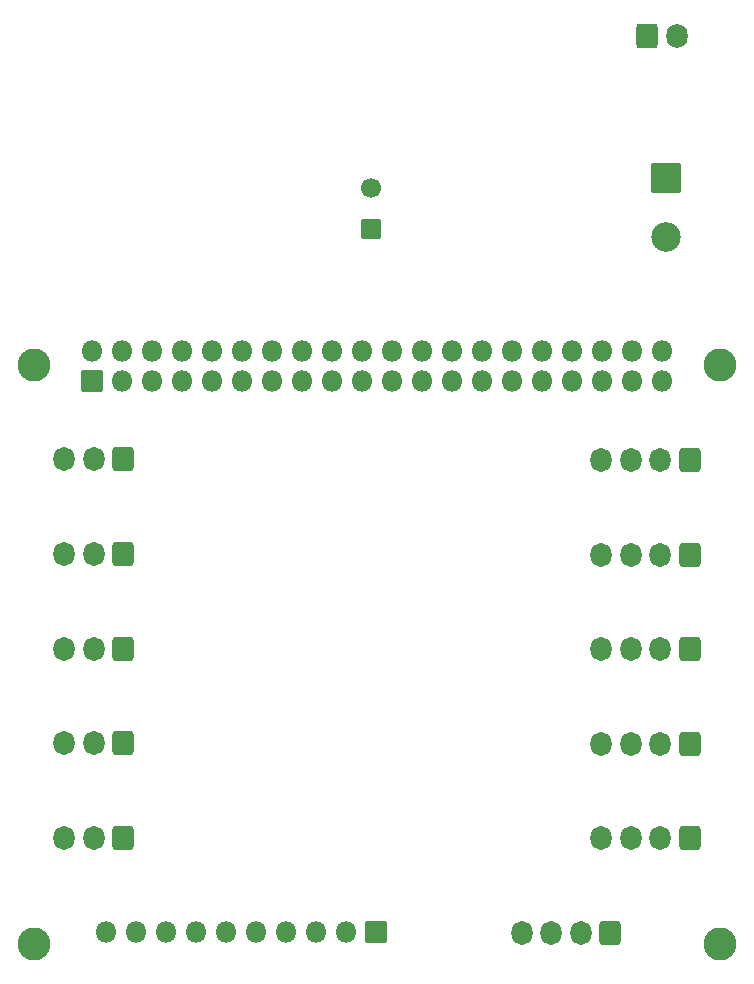
<source format=gbr>
%TF.GenerationSoftware,KiCad,Pcbnew,(6.0.9-0)*%
%TF.CreationDate,2023-01-29T21:41:42+00:00*%
%TF.ProjectId,FiringPi,46697269-6e67-4506-992e-6b696361645f,rev?*%
%TF.SameCoordinates,Original*%
%TF.FileFunction,Soldermask,Bot*%
%TF.FilePolarity,Negative*%
%FSLAX46Y46*%
G04 Gerber Fmt 4.6, Leading zero omitted, Abs format (unit mm)*
G04 Created by KiCad (PCBNEW (6.0.9-0)) date 2023-01-29 21:41:42*
%MOMM*%
%LPD*%
G01*
G04 APERTURE LIST*
G04 Aperture macros list*
%AMRoundRect*
0 Rectangle with rounded corners*
0 $1 Rounding radius*
0 $2 $3 $4 $5 $6 $7 $8 $9 X,Y pos of 4 corners*
0 Add a 4 corners polygon primitive as box body*
4,1,4,$2,$3,$4,$5,$6,$7,$8,$9,$2,$3,0*
0 Add four circle primitives for the rounded corners*
1,1,$1+$1,$2,$3*
1,1,$1+$1,$4,$5*
1,1,$1+$1,$6,$7*
1,1,$1+$1,$8,$9*
0 Add four rect primitives between the rounded corners*
20,1,$1+$1,$2,$3,$4,$5,0*
20,1,$1+$1,$4,$5,$6,$7,0*
20,1,$1+$1,$6,$7,$8,$9,0*
20,1,$1+$1,$8,$9,$2,$3,0*%
G04 Aperture macros list end*
%ADD10RoundRect,0.050000X-1.200000X1.200000X-1.200000X-1.200000X1.200000X-1.200000X1.200000X1.200000X0*%
%ADD11C,2.500000*%
%ADD12RoundRect,0.300000X0.600000X0.725000X-0.600000X0.725000X-0.600000X-0.725000X0.600000X-0.725000X0*%
%ADD13O,1.800000X2.050000*%
%ADD14C,2.800000*%
%ADD15RoundRect,0.300000X-0.600000X-0.750000X0.600000X-0.750000X0.600000X0.750000X-0.600000X0.750000X0*%
%ADD16O,1.800000X2.100000*%
%ADD17RoundRect,0.050000X-0.850000X0.850000X-0.850000X-0.850000X0.850000X-0.850000X0.850000X0.850000X0*%
%ADD18O,1.800000X1.800000*%
%ADD19C,1.700000*%
%ADD20RoundRect,0.050000X0.800000X-0.800000X0.800000X0.800000X-0.800000X0.800000X-0.800000X-0.800000X0*%
G04 APERTURE END LIST*
D10*
%TO.C,C1*%
X81500000Y-40176041D03*
D11*
X81500000Y-45176041D03*
%TD*%
D12*
%TO.C,J12*%
X35500000Y-63975000D03*
D13*
X33000000Y-63975000D03*
X30500000Y-63975000D03*
%TD*%
D12*
%TO.C,PT0*%
X83500000Y-64025000D03*
D13*
X81000000Y-64025000D03*
X78500000Y-64025000D03*
X76000000Y-64025000D03*
%TD*%
D12*
%TO.C,PT6*%
X35500000Y-96000000D03*
D13*
X33000000Y-96000000D03*
X30500000Y-96000000D03*
%TD*%
D14*
%TO.C,H2*%
X86000000Y-56000000D03*
%TD*%
%TO.C,H3*%
X86000000Y-105000000D03*
%TD*%
D12*
%TO.C,PT2*%
X83500000Y-80025000D03*
D13*
X81000000Y-80025000D03*
X78500000Y-80025000D03*
X76000000Y-80025000D03*
%TD*%
D12*
%TO.C,LC0*%
X76750000Y-104025000D03*
D13*
X74250000Y-104025000D03*
X71750000Y-104025000D03*
X69250000Y-104025000D03*
%TD*%
D14*
%TO.C,H4*%
X28000000Y-105000000D03*
%TD*%
%TO.C,H1*%
X28000000Y-56000000D03*
%TD*%
D15*
%TO.C,24V1*%
X79871320Y-28096320D03*
D16*
X82371320Y-28096320D03*
%TD*%
D12*
%TO.C,RTD0*%
X35500000Y-72000000D03*
D13*
X33000000Y-72000000D03*
X30500000Y-72000000D03*
%TD*%
D12*
%TO.C,RTD1*%
X35500000Y-80000000D03*
D13*
X33000000Y-80000000D03*
X30500000Y-80000000D03*
%TD*%
D12*
%TO.C,PT5*%
X35500000Y-87975000D03*
D13*
X33000000Y-87975000D03*
X30500000Y-87975000D03*
%TD*%
D17*
%TO.C,RELAY1*%
X56925000Y-104000000D03*
D18*
X54385000Y-104000000D03*
X51845000Y-104000000D03*
X49305000Y-104000000D03*
X46765000Y-104000000D03*
X44225000Y-104000000D03*
X41685000Y-104000000D03*
X39145000Y-104000000D03*
X36605000Y-104000000D03*
X34065000Y-104000000D03*
%TD*%
D12*
%TO.C,PT3*%
X83500000Y-88025000D03*
D13*
X81000000Y-88025000D03*
X78500000Y-88025000D03*
X76000000Y-88025000D03*
%TD*%
D12*
%TO.C,PT1*%
X83500000Y-72050000D03*
D13*
X81000000Y-72050000D03*
X78500000Y-72050000D03*
X76000000Y-72050000D03*
%TD*%
%TO.C,PT4*%
X76000000Y-96025000D03*
X78500000Y-96025000D03*
X81000000Y-96025000D03*
D12*
X83500000Y-96025000D03*
%TD*%
D19*
%TO.C,C2*%
X56500000Y-41000000D03*
D20*
X56500000Y-44500000D03*
%TD*%
D17*
%TO.C,P1*%
X32900000Y-57290000D03*
D18*
X32900000Y-54750000D03*
X35440000Y-57290000D03*
X35440000Y-54750000D03*
X37980000Y-57290000D03*
X37980000Y-54750000D03*
X40520000Y-57290000D03*
X40520000Y-54750000D03*
X43060000Y-57290000D03*
X43060000Y-54750000D03*
X45600000Y-57290000D03*
X45600000Y-54750000D03*
X48140000Y-57290000D03*
X48140000Y-54750000D03*
X50680000Y-57290000D03*
X50680000Y-54750000D03*
X53220000Y-57290000D03*
X53220000Y-54750000D03*
X55760000Y-57290000D03*
X55760000Y-54750000D03*
X58300000Y-57290000D03*
X58300000Y-54750000D03*
X60840000Y-57290000D03*
X60840000Y-54750000D03*
X63380000Y-57290000D03*
X63380000Y-54750000D03*
X65920000Y-57290000D03*
X65920000Y-54750000D03*
X68460000Y-57290000D03*
X68460000Y-54750000D03*
X71000000Y-57290000D03*
X71000000Y-54750000D03*
X73540000Y-57290000D03*
X73540000Y-54750000D03*
X76080000Y-57290000D03*
X76080000Y-54750000D03*
X78620000Y-57290000D03*
X78620000Y-54750000D03*
X81160000Y-57290000D03*
X81160000Y-54750000D03*
%TD*%
M02*

</source>
